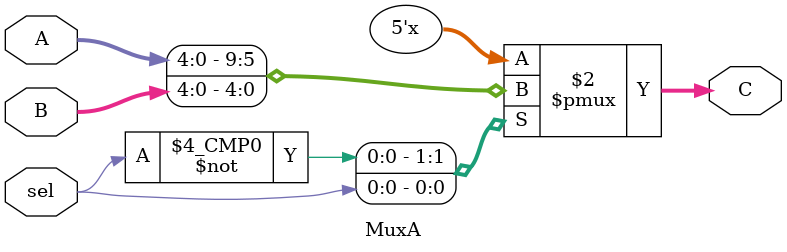
<source format=v>
`timescale 1ns/1ns

module MuxA(
    input [4:0]A,
    input [4:0]B,
    inout sel,
    output reg[4:0]C
);

always @*begin
    case(sel)
        1'b0: C = A;
        1'b1: C = B;
    endcase
end
endmodule
</source>
